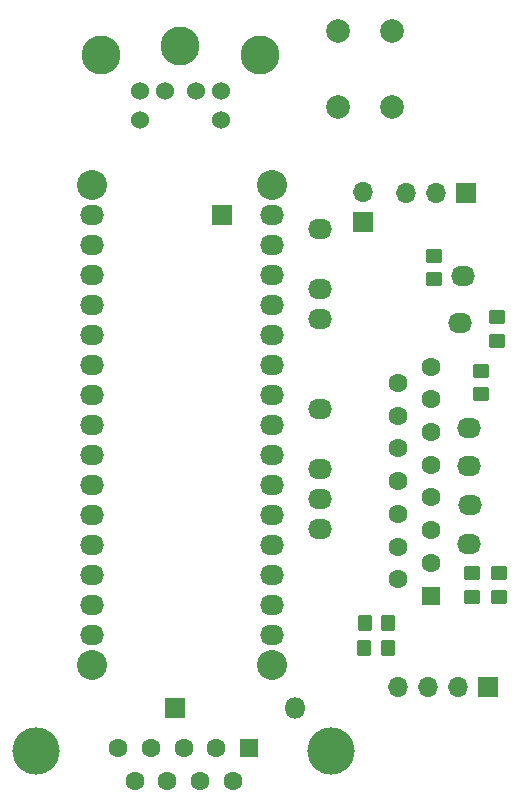
<source format=gbr>
%TF.GenerationSoftware,KiCad,Pcbnew,(6.0.2)*%
%TF.CreationDate,2024-04-09T06:49:27+01:00*%
%TF.ProjectId,amigaps2 revision1.7,616d6967-6170-4733-9220-726576697369,rev?*%
%TF.SameCoordinates,Original*%
%TF.FileFunction,Soldermask,Top*%
%TF.FilePolarity,Negative*%
%FSLAX46Y46*%
G04 Gerber Fmt 4.6, Leading zero omitted, Abs format (unit mm)*
G04 Created by KiCad (PCBNEW (6.0.2)) date 2024-04-09 06:49:27*
%MOMM*%
%LPD*%
G01*
G04 APERTURE LIST*
G04 Aperture macros list*
%AMRoundRect*
0 Rectangle with rounded corners*
0 $1 Rounding radius*
0 $2 $3 $4 $5 $6 $7 $8 $9 X,Y pos of 4 corners*
0 Add a 4 corners polygon primitive as box body*
4,1,4,$2,$3,$4,$5,$6,$7,$8,$9,$2,$3,0*
0 Add four circle primitives for the rounded corners*
1,1,$1+$1,$2,$3*
1,1,$1+$1,$4,$5*
1,1,$1+$1,$6,$7*
1,1,$1+$1,$8,$9*
0 Add four rect primitives between the rounded corners*
20,1,$1+$1,$2,$3,$4,$5,0*
20,1,$1+$1,$4,$5,$6,$7,0*
20,1,$1+$1,$6,$7,$8,$9,0*
20,1,$1+$1,$8,$9,$2,$3,0*%
G04 Aperture macros list end*
%ADD10RoundRect,0.250000X-0.350000X-0.450000X0.350000X-0.450000X0.350000X0.450000X-0.350000X0.450000X0*%
%ADD11RoundRect,0.250000X0.450000X-0.350000X0.450000X0.350000X-0.450000X0.350000X-0.450000X-0.350000X0*%
%ADD12RoundRect,0.250000X-0.450000X0.350000X-0.450000X-0.350000X0.450000X-0.350000X0.450000X0.350000X0*%
%ADD13O,2.032000X1.727200*%
%ADD14C,2.540000*%
%ADD15R,1.700000X1.700000*%
%ADD16O,1.700000X1.700000*%
%ADD17C,1.600000*%
%ADD18C,4.000000*%
%ADD19R,1.600000X1.600000*%
%ADD20R,1.800000X1.800000*%
%ADD21O,1.800000X1.800000*%
%ADD22C,1.524000*%
%ADD23C,3.300000*%
%ADD24C,2.000000*%
G04 APERTURE END LIST*
D10*
%TO.C,10k*%
X162550000Y-107860000D03*
X164550000Y-107860000D03*
%TD*%
D11*
%TO.C,10k*%
X168450000Y-76660000D03*
X168450000Y-74660000D03*
%TD*%
D10*
%TO.C,10k*%
X162560000Y-105800000D03*
X164560000Y-105800000D03*
%TD*%
D11*
%TO.C,100k*%
X173810000Y-81900000D03*
X173810000Y-79900000D03*
%TD*%
%TO.C,100k*%
X172450000Y-86400000D03*
X172450000Y-84400000D03*
%TD*%
D12*
%TO.C,100k*%
X173960000Y-101560000D03*
X173960000Y-103560000D03*
%TD*%
%TO.C,100k*%
X171650000Y-101540000D03*
X171650000Y-103540000D03*
%TD*%
D13*
%TO.C,P1*%
X139446000Y-71247000D03*
X139446000Y-73787000D03*
X139446000Y-76327000D03*
X139446000Y-78867000D03*
X139446000Y-81407000D03*
X139446000Y-83947000D03*
X139446000Y-86487000D03*
X139446000Y-91567000D03*
X139446000Y-94107000D03*
X139446000Y-96647000D03*
X139446000Y-99187000D03*
X139446000Y-101727000D03*
X139446000Y-104267000D03*
X139446000Y-106807000D03*
X139446000Y-89027000D03*
%TD*%
%TO.C,P2*%
X154686000Y-71247000D03*
X154686000Y-73787000D03*
X154686000Y-76327000D03*
X154686000Y-78867000D03*
X154686000Y-81407000D03*
X154686000Y-83947000D03*
X154686000Y-86487000D03*
X154686000Y-89027000D03*
X154686000Y-91567000D03*
X154686000Y-94107000D03*
X154686000Y-96647000D03*
X154686000Y-99187000D03*
X154686000Y-101727000D03*
X154686000Y-104267000D03*
X154686000Y-106807000D03*
%TD*%
D14*
%TO.C,P3*%
X139446000Y-68707000D03*
%TD*%
%TO.C,P4*%
X139446000Y-109347000D03*
%TD*%
%TO.C,P5*%
X154686000Y-109347000D03*
%TD*%
%TO.C,P6*%
X154686000Y-68707000D03*
%TD*%
D13*
%TO.C,*%
X171480000Y-95790000D03*
%TD*%
%TO.C,*%
X170670000Y-80350000D03*
%TD*%
D15*
%TO.C,REF\u002A\u002A*%
X162458400Y-71780400D03*
D16*
X162458400Y-69240400D03*
%TD*%
D17*
%TO.C,*%
X165384200Y-93759200D03*
%TD*%
D13*
%TO.C,*%
X171410000Y-92520000D03*
%TD*%
%TO.C,*%
X158750000Y-80010000D03*
%TD*%
D17*
%TO.C,*%
X165384200Y-96529200D03*
%TD*%
D13*
%TO.C,*%
X171420000Y-99070000D03*
%TD*%
D17*
%TO.C,*%
X165384200Y-102069200D03*
%TD*%
D15*
%TO.C,CONFIG*%
X171181000Y-69367000D03*
D16*
X168641000Y-69367000D03*
X166101000Y-69367000D03*
%TD*%
D17*
%TO.C,*%
X168224200Y-89604200D03*
%TD*%
D13*
%TO.C,*%
X158750000Y-87630000D03*
%TD*%
D18*
%TO.C,Female DSUB9 connector*%
X134741000Y-116632000D03*
X159741000Y-116632000D03*
D17*
X148626000Y-119172000D03*
X145856000Y-119172000D03*
X150011000Y-116332000D03*
X144471000Y-116332000D03*
X151396000Y-119172000D03*
X141701000Y-116332000D03*
X143086000Y-119172000D03*
D19*
X152781000Y-116332000D03*
D17*
X147241000Y-116332000D03*
%TD*%
D20*
%TO.C,DIODE*%
X146470000Y-113010000D03*
D21*
X156630000Y-113010000D03*
%TD*%
D13*
%TO.C,*%
X158750000Y-95250000D03*
%TD*%
D17*
%TO.C,*%
X168224200Y-95144200D03*
%TD*%
%TO.C,*%
X168224200Y-84064200D03*
%TD*%
D22*
%TO.C,J1*%
X143568000Y-60706000D03*
X150368000Y-60706000D03*
D23*
X146968000Y-56906000D03*
X140218000Y-57706000D03*
X153718000Y-57706000D03*
D22*
X143568000Y-63206000D03*
X150368000Y-63206000D03*
X145668000Y-60706000D03*
X148268000Y-60706000D03*
%TD*%
D19*
%TO.C,*%
X168224200Y-103454200D03*
%TD*%
D15*
%TO.C,REF\u002A\u002A*%
X173020000Y-111175000D03*
D16*
X170480000Y-111175000D03*
X167940000Y-111175000D03*
X165400000Y-111175000D03*
%TD*%
D13*
%TO.C,*%
X158750000Y-77470000D03*
%TD*%
D17*
%TO.C,*%
X165384200Y-90989200D03*
%TD*%
D13*
%TO.C,*%
X170890000Y-76360000D03*
%TD*%
D17*
%TO.C,*%
X168224200Y-100684200D03*
%TD*%
D13*
%TO.C,*%
X171360000Y-89240000D03*
%TD*%
%TO.C,*%
X158750000Y-97790000D03*
%TD*%
D17*
%TO.C,*%
X168224200Y-97914200D03*
%TD*%
D24*
%TO.C,MouseDPI*%
X164846000Y-62126000D03*
X164846000Y-55626000D03*
X160346000Y-62126000D03*
X160346000Y-55626000D03*
%TD*%
D15*
%TO.C,REF\u002A\u002A*%
X150469600Y-71221600D03*
%TD*%
D17*
%TO.C,*%
X165384200Y-99299200D03*
%TD*%
%TO.C,*%
X165384200Y-85449200D03*
%TD*%
D13*
%TO.C,*%
X158750000Y-72390000D03*
%TD*%
%TO.C,*%
X158750000Y-92710000D03*
%TD*%
D17*
%TO.C,*%
X168224200Y-86834200D03*
%TD*%
%TO.C,*%
X165384200Y-88219200D03*
%TD*%
%TO.C,*%
X168224200Y-92374200D03*
%TD*%
M02*

</source>
